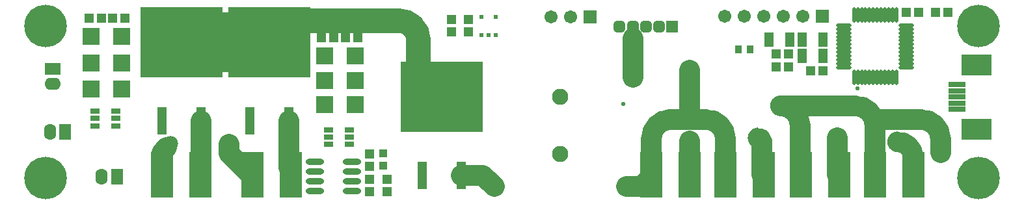
<source format=gts>
%FSAX24Y24*%
%MOIN*%
G70*
G01*
G75*
G04 Layer_Color=8388736*
%ADD10C,0.1000*%
%ADD11C,0.0100*%
%ADD12C,0.1200*%
%ADD13C,0.0200*%
%ADD14C,0.0300*%
%ADD15C,0.0400*%
%ADD16C,0.0150*%
%ADD17C,0.0500*%
%ADD18O,0.0709X0.0118*%
%ADD19O,0.0118X0.0709*%
%ADD20R,0.0413X0.0394*%
%ADD21R,0.0433X0.0669*%
%ADD22R,0.1181X0.2362*%
%ADD23R,0.0276X0.0354*%
%ADD24R,0.0374X0.0394*%
%ADD25R,0.0118X0.0157*%
%ADD26R,0.0394X0.0413*%
%ADD27O,0.0866X0.0236*%
%ADD28R,0.0787X0.0787*%
%ADD29R,0.0394X0.0374*%
%ADD30R,0.0433X0.0236*%
%ADD31R,0.1496X0.0984*%
%ADD32R,0.0787X0.0197*%
%ADD33R,0.0315X0.0315*%
%ADD34R,0.4110X0.3504*%
%ADD35R,0.0394X0.1339*%
%ADD36C,0.0150*%
%ADD37C,0.3000*%
%ADD38C,0.0700*%
%ADD39R,0.0550X0.0750*%
%ADD40O,0.0550X0.0750*%
%ADD41R,0.0750X0.0550*%
%ADD42O,0.0750X0.0550*%
%ADD43C,0.0591*%
%ADD44R,0.0591X0.0591*%
%ADD45C,0.0748*%
%ADD46C,0.2100*%
G04:AMPARAMS|DCode=47|XSize=51mil|YSize=51mil|CornerRadius=12.8mil|HoleSize=0mil|Usage=FLASHONLY|Rotation=0.000|XOffset=0mil|YOffset=0mil|HoleType=Round|Shape=RoundedRectangle|*
%AMROUNDEDRECTD47*
21,1,0.0510,0.0255,0,0,0.0*
21,1,0.0255,0.0510,0,0,0.0*
1,1,0.0255,0.0128,-0.0128*
1,1,0.0255,-0.0128,-0.0128*
1,1,0.0255,-0.0128,0.0128*
1,1,0.0255,0.0128,0.0128*
%
%ADD47ROUNDEDRECTD47*%
%ADD48R,0.0510X0.0510*%
%ADD49C,0.0250*%
%ADD50C,0.0700*%
%ADD51R,0.0630X0.0591*%
%ADD52R,0.0669X0.0433*%
%ADD53C,0.0098*%
%ADD54C,0.0236*%
%ADD55C,0.0050*%
%ADD56C,0.0079*%
%ADD57O,0.1080X0.1000*%
%ADD58O,0.1280X0.1200*%
%ADD59O,0.0789X0.0198*%
%ADD60O,0.0198X0.0789*%
%ADD61R,0.0493X0.0474*%
%ADD62R,0.0513X0.0749*%
%ADD63R,0.0356X0.0434*%
%ADD64R,0.0454X0.0474*%
%ADD65R,0.0198X0.0237*%
%ADD66R,0.0474X0.0493*%
%ADD67O,0.0946X0.0316*%
%ADD68R,0.0867X0.0867*%
%ADD69R,0.0474X0.0454*%
%ADD70R,0.0513X0.0316*%
%ADD71R,0.1576X0.1064*%
%ADD72R,0.0867X0.0277*%
%ADD73R,0.0395X0.0395*%
%ADD74R,0.4190X0.3584*%
%ADD75R,0.0474X0.1419*%
%ADD76C,0.0230*%
%ADD77C,0.1080*%
%ADD78C,0.1280*%
%ADD79C,0.3080*%
%ADD80R,0.0630X0.0830*%
%ADD81O,0.0630X0.0830*%
%ADD82R,0.0830X0.0630*%
%ADD83O,0.0830X0.0630*%
%ADD84C,0.0671*%
%ADD85R,0.0671X0.0671*%
%ADD86C,0.0828*%
%ADD87C,0.2180*%
G04:AMPARAMS|DCode=88|XSize=59mil|YSize=59mil|CornerRadius=16.8mil|HoleSize=0mil|Usage=FLASHONLY|Rotation=0.000|XOffset=0mil|YOffset=0mil|HoleType=Round|Shape=RoundedRectangle|*
%AMROUNDEDRECTD88*
21,1,0.0590,0.0255,0,0,0.0*
21,1,0.0255,0.0590,0,0,0.0*
1,1,0.0335,0.0128,-0.0128*
1,1,0.0335,-0.0128,-0.0128*
1,1,0.0335,-0.0128,0.0128*
1,1,0.0335,0.0128,0.0128*
%
%ADD88ROUNDEDRECTD88*%
%ADD89R,0.0590X0.0590*%
%ADD90C,0.0780*%
D22*
X013669Y001250D02*
D03*
X011700D02*
D03*
X009018D02*
D03*
X007050D02*
D03*
X039781D02*
D03*
X041750D02*
D03*
X032132D02*
D03*
X034100D02*
D03*
X035931D02*
D03*
X037900D02*
D03*
X043582D02*
D03*
X045550D02*
D03*
D57*
X046950Y003100D02*
G03*
X045950Y004100I-001000J000000D01*
G01*
X043582Y003800D02*
G03*
X042582Y004800I-001000J000000D01*
G01*
X045550Y002150D02*
G03*
X044750Y002950I-000800J000000D01*
G01*
X037800D02*
G03*
X037600Y003150I-000200J000000D01*
G01*
X039750Y003800D02*
G03*
X038750Y004800I-001000J000000D01*
G01*
X033131Y004100D02*
G03*
X032132Y003100I000000J-001000D01*
G01*
X035931D02*
G03*
X034931Y004100I-001000J000000D01*
G01*
D58*
X020200Y008167D02*
G03*
X019200Y009167I-001000J000000D01*
G01*
D59*
X042006Y008933D02*
D03*
Y008736D02*
D03*
Y008539D02*
D03*
Y008342D02*
D03*
Y008145D02*
D03*
Y007948D02*
D03*
Y007752D02*
D03*
Y007555D02*
D03*
Y007358D02*
D03*
Y007161D02*
D03*
Y006964D02*
D03*
Y006767D02*
D03*
X045194D02*
D03*
Y006964D02*
D03*
Y007161D02*
D03*
Y007358D02*
D03*
Y007555D02*
D03*
Y007752D02*
D03*
Y007948D02*
D03*
Y008145D02*
D03*
Y008342D02*
D03*
Y008539D02*
D03*
Y008736D02*
D03*
Y008933D02*
D03*
D60*
X042517Y006256D02*
D03*
X042714D02*
D03*
X042911D02*
D03*
X043108D02*
D03*
X043305D02*
D03*
X043502D02*
D03*
X043698D02*
D03*
X043895D02*
D03*
X044092D02*
D03*
X044289D02*
D03*
X044486D02*
D03*
X044683D02*
D03*
Y009444D02*
D03*
X044486D02*
D03*
X044289D02*
D03*
X044092D02*
D03*
X043895D02*
D03*
X043698D02*
D03*
X043502D02*
D03*
X043305D02*
D03*
X043108D02*
D03*
X042911D02*
D03*
X042714D02*
D03*
X042517D02*
D03*
D61*
X038535Y007450D02*
D03*
X039165D02*
D03*
X039165Y006800D02*
D03*
X038535D02*
D03*
X040285Y006600D02*
D03*
X040915D02*
D03*
X047315Y009600D02*
D03*
X046685D02*
D03*
X045815D02*
D03*
X045185D02*
D03*
D62*
X038168Y008200D02*
D03*
X039232D02*
D03*
X039869Y007350D02*
D03*
X040932D02*
D03*
X039869Y008200D02*
D03*
X040932D02*
D03*
D63*
X036605Y007700D02*
D03*
X037195D02*
D03*
D64*
X022750Y009215D02*
D03*
Y008585D02*
D03*
X021900Y009215D02*
D03*
Y008585D02*
D03*
X018600Y000385D02*
D03*
Y001015D02*
D03*
D65*
X023426Y008429D02*
D03*
X023800D02*
D03*
X024174D02*
D03*
X023426Y009374D02*
D03*
X024174D02*
D03*
D66*
X017700Y000385D02*
D03*
Y001015D02*
D03*
Y001685D02*
D03*
Y002315D02*
D03*
D67*
X016799Y000435D02*
D03*
Y000935D02*
D03*
Y001435D02*
D03*
Y001935D02*
D03*
X014909Y000435D02*
D03*
Y000935D02*
D03*
Y001435D02*
D03*
Y001935D02*
D03*
D68*
X016975Y006100D02*
D03*
X015400D02*
D03*
X016975Y007350D02*
D03*
X015400D02*
D03*
X016975Y004850D02*
D03*
X015400D02*
D03*
X004987Y007000D02*
D03*
X003413D02*
D03*
X004987Y008350D02*
D03*
X003413D02*
D03*
X004987Y005650D02*
D03*
X003413D02*
D03*
D69*
X015852Y008300D02*
D03*
X015222D02*
D03*
X016472D02*
D03*
X017102D02*
D03*
X003965Y009300D02*
D03*
X003335D02*
D03*
X004535D02*
D03*
X005165D02*
D03*
D70*
X016669Y003574D02*
D03*
Y003200D02*
D03*
Y002826D02*
D03*
X015606D02*
D03*
Y003200D02*
D03*
Y003574D02*
D03*
X004681Y004524D02*
D03*
Y004150D02*
D03*
Y003776D02*
D03*
X003618D02*
D03*
Y004150D02*
D03*
Y004524D02*
D03*
D71*
X048784Y003596D02*
D03*
Y006904D02*
D03*
D72*
X047800Y005880D02*
D03*
Y005565D02*
D03*
Y004620D02*
D03*
Y004935D02*
D03*
Y005250D02*
D03*
D73*
X018400Y001725D02*
D03*
Y002375D02*
D03*
D74*
X021400Y005258D02*
D03*
X012550Y008058D02*
D03*
X008050D02*
D03*
D75*
X020400Y001242D02*
D03*
X022400D02*
D03*
X011550Y004042D02*
D03*
X013550D02*
D03*
X007050D02*
D03*
X009050D02*
D03*
D76*
X042698Y005690D02*
D03*
X030700Y004900D02*
D03*
D77*
X043582Y001150D02*
Y003800D01*
X046950Y002400D02*
Y003100D01*
X043882Y004100D02*
X045950D01*
X038750Y004800D02*
X042582D01*
X041650Y001250D02*
Y003150D01*
X010500Y002350D02*
X011650Y001200D01*
X010500Y002350D02*
Y002830D01*
X007050Y002400D02*
X007300Y002650D01*
X022400Y001242D02*
X023508D01*
X024100Y000650D01*
X031632D02*
X032132Y001150D01*
X030850Y000650D02*
X031632D01*
X037800Y001250D02*
Y002950D01*
X013550Y001619D02*
Y004042D01*
X009050Y001231D02*
Y004042D01*
X034100Y001150D02*
Y003000D01*
X032132Y001150D02*
Y003100D01*
X035931Y001150D02*
Y003100D01*
X031185Y006265D02*
Y007450D01*
Y008250D01*
X039750Y001182D02*
Y003800D01*
X034100Y004100D02*
Y006638D01*
X033131Y004100D02*
X034100D01*
X034931D01*
D78*
X020200Y006458D02*
Y008167D01*
X016750Y009167D02*
X019200D01*
X013550D02*
X016750D01*
D79*
X008050Y008058D02*
X012550D01*
D80*
X004750Y001150D02*
D03*
X002100Y003450D02*
D03*
D81*
X003963Y001150D02*
D03*
X001313Y003450D02*
D03*
D82*
X001450Y006700D02*
D03*
D83*
Y005913D02*
D03*
D84*
X035900Y009400D02*
D03*
X036900D02*
D03*
X037900D02*
D03*
X038900D02*
D03*
X039900D02*
D03*
X027000Y009350D02*
D03*
X028000D02*
D03*
D85*
X040900Y009400D02*
D03*
X029000Y009350D02*
D03*
D86*
X027450Y002324D02*
D03*
Y005276D02*
D03*
D87*
X001100Y008900D02*
D03*
Y001100D02*
D03*
X048900D02*
D03*
Y008900D02*
D03*
D88*
X031850Y008850D02*
D03*
X032520D02*
D03*
X031180D02*
D03*
X030510D02*
D03*
D89*
X033190D02*
D03*
D90*
X046950Y002400D02*
D03*
X030850Y000650D02*
D03*
X024100D02*
D03*
X044750Y002950D02*
D03*
X041650Y003150D02*
D03*
X037600D02*
D03*
X010500Y002830D02*
D03*
X034100Y003000D02*
D03*
X031185Y006265D02*
D03*
X007500Y002850D02*
D03*
X038750Y004800D02*
D03*
X034100Y006638D02*
D03*
M02*

</source>
